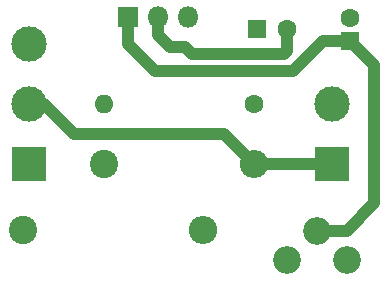
<source format=gbr>
G04 #@! TF.FileFunction,Copper,L2,Bot,Signal*
%FSLAX46Y46*%
G04 Gerber Fmt 4.6, Leading zero omitted, Abs format (unit mm)*
G04 Created by KiCad (PCBNEW 4.0.7) date Wednesday, September 26, 2018 'PMt' 03:39:25 PM*
%MOMM*%
%LPD*%
G01*
G04 APERTURE LIST*
%ADD10C,0.100000*%
%ADD11R,1.600000X1.600000*%
%ADD12C,1.600000*%
%ADD13R,3.000000X3.000000*%
%ADD14C,3.000000*%
%ADD15C,2.400000*%
%ADD16O,2.400000X2.400000*%
%ADD17O,1.600000X1.600000*%
%ADD18C,2.340000*%
%ADD19R,1.800000X1.800000*%
%ADD20O,1.800000X1.800000*%
%ADD21C,1.000000*%
G04 APERTURE END LIST*
D10*
D11*
X169926000Y-79756000D03*
D12*
X169926000Y-77756000D03*
D11*
X162052000Y-78740000D03*
D12*
X164552000Y-78740000D03*
D13*
X142748000Y-90170000D03*
D14*
X142748000Y-85090000D03*
X142748000Y-80010000D03*
D13*
X168402000Y-90170000D03*
D14*
X168402000Y-85090000D03*
D15*
X142240000Y-95758000D03*
D16*
X157480000Y-95758000D03*
D12*
X161798000Y-85090000D03*
D17*
X149098000Y-85090000D03*
D15*
X149098000Y-90170000D03*
D16*
X161798000Y-90170000D03*
D18*
X169592000Y-98298000D03*
X167092000Y-95798000D03*
X164592000Y-98298000D03*
D19*
X151130000Y-77724000D03*
D20*
X153670000Y-77724000D03*
X156210000Y-77724000D03*
D21*
X169926000Y-79756000D02*
X167640000Y-79756000D01*
X151130000Y-80010000D02*
X151130000Y-77724000D01*
X153416000Y-82296000D02*
X151130000Y-80010000D01*
X165100000Y-82296000D02*
X153416000Y-82296000D01*
X167640000Y-79756000D02*
X165100000Y-82296000D01*
X167092000Y-95798000D02*
X169632000Y-95798000D01*
X171958000Y-81788000D02*
X169926000Y-79756000D01*
X171958000Y-93472000D02*
X171958000Y-81788000D01*
X169632000Y-95798000D02*
X171958000Y-93472000D01*
X164552000Y-78740000D02*
X164552000Y-80558000D01*
X153670000Y-79248000D02*
X153670000Y-77724000D01*
X154686000Y-80264000D02*
X153670000Y-79248000D01*
X155956000Y-80264000D02*
X154686000Y-80264000D01*
X156487998Y-80795998D02*
X155956000Y-80264000D01*
X164314002Y-80795998D02*
X156487998Y-80795998D01*
X164552000Y-80558000D02*
X164314002Y-80795998D01*
X161798000Y-90170000D02*
X168402000Y-90170000D01*
X142748000Y-85090000D02*
X144018000Y-85090000D01*
X144018000Y-85090000D02*
X146558000Y-87630000D01*
X146558000Y-87630000D02*
X159258000Y-87630000D01*
X159258000Y-87630000D02*
X161798000Y-90170000D01*
M02*

</source>
